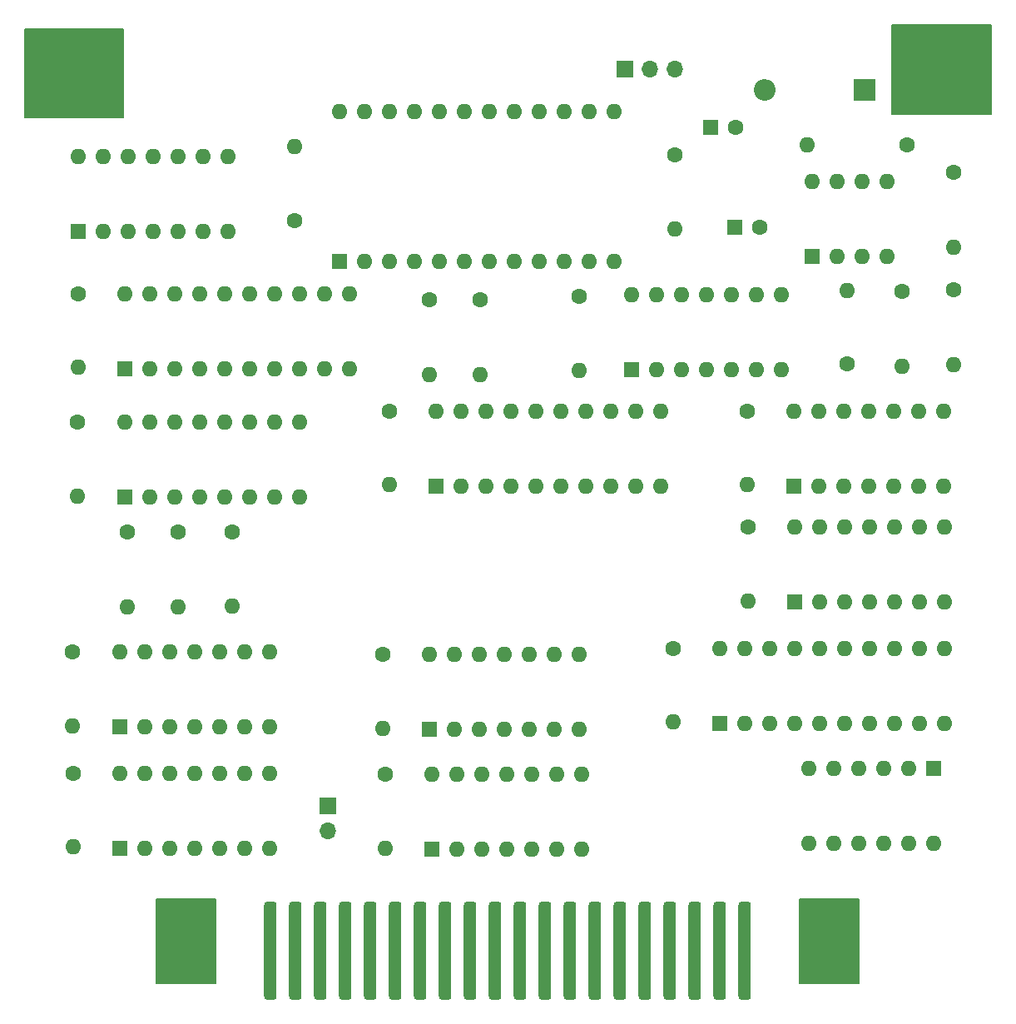
<source format=gbr>
%TF.GenerationSoftware,KiCad,Pcbnew,6.0.9-8da3e8f707~117~ubuntu20.04.1*%
%TF.CreationDate,2023-04-10T20:10:28-04:00*%
%TF.ProjectId,coco9511pak,636f636f-3935-4313-9170-616b2e6b6963,rev?*%
%TF.SameCoordinates,Original*%
%TF.FileFunction,Soldermask,Top*%
%TF.FilePolarity,Negative*%
%FSLAX46Y46*%
G04 Gerber Fmt 4.6, Leading zero omitted, Abs format (unit mm)*
G04 Created by KiCad (PCBNEW 6.0.9-8da3e8f707~117~ubuntu20.04.1) date 2023-04-10 20:10:28*
%MOMM*%
%LPD*%
G01*
G04 APERTURE LIST*
G04 Aperture macros list*
%AMRoundRect*
0 Rectangle with rounded corners*
0 $1 Rounding radius*
0 $2 $3 $4 $5 $6 $7 $8 $9 X,Y pos of 4 corners*
0 Add a 4 corners polygon primitive as box body*
4,1,4,$2,$3,$4,$5,$6,$7,$8,$9,$2,$3,0*
0 Add four circle primitives for the rounded corners*
1,1,$1+$1,$2,$3*
1,1,$1+$1,$4,$5*
1,1,$1+$1,$6,$7*
1,1,$1+$1,$8,$9*
0 Add four rect primitives between the rounded corners*
20,1,$1+$1,$2,$3,$4,$5,0*
20,1,$1+$1,$4,$5,$6,$7,0*
20,1,$1+$1,$6,$7,$8,$9,0*
20,1,$1+$1,$8,$9,$2,$3,0*%
G04 Aperture macros list end*
%ADD10C,0.150000*%
%ADD11R,1.600000X1.600000*%
%ADD12O,1.600000X1.600000*%
%ADD13C,1.600000*%
%ADD14R,1.700000X1.700000*%
%ADD15O,1.700000X1.700000*%
%ADD16R,2.200000X2.200000*%
%ADD17O,2.200000X2.200000*%
%ADD18RoundRect,0.317500X-0.317500X-4.682500X0.317500X-4.682500X0.317500X4.682500X-0.317500X4.682500X0*%
G04 APERTURE END LIST*
D10*
X95506237Y-171323004D02*
X101475237Y-171323004D01*
X101475237Y-171323004D02*
X101475237Y-162814004D01*
X101475237Y-162814004D02*
X95506237Y-162814004D01*
X95506237Y-162814004D02*
X95506237Y-171323004D01*
G36*
X95506237Y-171323004D02*
G01*
X101475237Y-171323004D01*
X101475237Y-162814004D01*
X95506237Y-162814004D01*
X95506237Y-171323004D01*
G37*
X30035500Y-171323000D02*
X36004500Y-171323000D01*
X36004500Y-171323000D02*
X36004500Y-162814000D01*
X36004500Y-162814000D02*
X30035500Y-162814000D01*
X30035500Y-162814000D02*
X30035500Y-171323000D01*
G36*
X30035500Y-171323000D02*
G01*
X36004500Y-171323000D01*
X36004500Y-162814000D01*
X30035500Y-162814000D01*
X30035500Y-171323000D01*
G37*
X16637000Y-74295000D02*
X26670000Y-74295000D01*
X26670000Y-74295000D02*
X26670000Y-83312000D01*
X26670000Y-83312000D02*
X16637000Y-83312000D01*
X16637000Y-83312000D02*
X16637000Y-74295000D01*
G36*
X16637000Y-74295000D02*
G01*
X26670000Y-74295000D01*
X26670000Y-83312000D01*
X16637000Y-83312000D01*
X16637000Y-74295000D01*
G37*
X104902000Y-73914000D02*
X114935000Y-73914000D01*
X114935000Y-73914000D02*
X114935000Y-82931000D01*
X114935000Y-82931000D02*
X104902000Y-82931000D01*
X104902000Y-82931000D02*
X104902000Y-73914000D01*
G36*
X104902000Y-73914000D02*
G01*
X114935000Y-73914000D01*
X114935000Y-82931000D01*
X104902000Y-82931000D01*
X104902000Y-73914000D01*
G37*
D11*
%TO.C,U7*%
X94869000Y-120777000D03*
D12*
X97409000Y-120777000D03*
X99949000Y-120777000D03*
X102489000Y-120777000D03*
X105029000Y-120777000D03*
X107569000Y-120777000D03*
X110109000Y-120777000D03*
X110109000Y-113157000D03*
X107569000Y-113157000D03*
X105029000Y-113157000D03*
X102489000Y-113157000D03*
X99949000Y-113157000D03*
X97409000Y-113157000D03*
X94869000Y-113157000D03*
%TD*%
D13*
%TO.C,C2*%
X82804000Y-87122000D03*
D12*
X82804000Y-94622000D03*
%TD*%
D13*
%TO.C,R7*%
X105918000Y-100965000D03*
D12*
X105918000Y-108585000D03*
%TD*%
D13*
%TO.C,R3*%
X27051000Y-125476000D03*
D12*
X27051000Y-133096000D03*
%TD*%
D11*
%TO.C,U4*%
X94976000Y-132578000D03*
D12*
X97516000Y-132578000D03*
X100056000Y-132578000D03*
X102596000Y-132578000D03*
X105136000Y-132578000D03*
X107676000Y-132578000D03*
X110216000Y-132578000D03*
X110216000Y-124958000D03*
X107676000Y-124958000D03*
X105136000Y-124958000D03*
X102596000Y-124958000D03*
X100056000Y-124958000D03*
X97516000Y-124958000D03*
X94976000Y-124958000D03*
%TD*%
D11*
%TO.C,U9*%
X26284000Y-157597000D03*
D12*
X28824000Y-157597000D03*
X31364000Y-157597000D03*
X33904000Y-157597000D03*
X36444000Y-157597000D03*
X38984000Y-157597000D03*
X41524000Y-157597000D03*
X41524000Y-149977000D03*
X38984000Y-149977000D03*
X36444000Y-149977000D03*
X33904000Y-149977000D03*
X31364000Y-149977000D03*
X28824000Y-149977000D03*
X26284000Y-149977000D03*
%TD*%
D11*
%TO.C,U11*%
X26787000Y-121910000D03*
D12*
X29327000Y-121910000D03*
X31867000Y-121910000D03*
X34407000Y-121910000D03*
X36947000Y-121910000D03*
X39487000Y-121910000D03*
X42027000Y-121910000D03*
X44567000Y-121910000D03*
X44567000Y-114290000D03*
X42027000Y-114290000D03*
X39487000Y-114290000D03*
X36947000Y-114290000D03*
X34407000Y-114290000D03*
X31867000Y-114290000D03*
X29327000Y-114290000D03*
X26787000Y-114290000D03*
%TD*%
D13*
%TO.C,C8*%
X53086000Y-137922000D03*
D12*
X53086000Y-145422000D03*
%TD*%
D13*
%TO.C,C3*%
X100330000Y-108398000D03*
D12*
X100330000Y-100898000D03*
%TD*%
D14*
%TO.C,JP1*%
X47498000Y-153289000D03*
D15*
X47498000Y-155829000D03*
%TD*%
D13*
%TO.C,R2*%
X32258000Y-125476000D03*
D12*
X32258000Y-133096000D03*
%TD*%
D13*
%TO.C,C4*%
X90201000Y-124968000D03*
D12*
X90201000Y-132468000D03*
%TD*%
D13*
%TO.C,R4*%
X57785000Y-101854000D03*
D12*
X57785000Y-109474000D03*
%TD*%
D11*
%TO.C,U13*%
X58425000Y-120767000D03*
D12*
X60965000Y-120767000D03*
X63505000Y-120767000D03*
X66045000Y-120767000D03*
X68585000Y-120767000D03*
X71125000Y-120767000D03*
X73665000Y-120767000D03*
X76205000Y-120767000D03*
X78745000Y-120767000D03*
X81285000Y-120767000D03*
X81285000Y-113147000D03*
X78745000Y-113147000D03*
X76205000Y-113147000D03*
X73665000Y-113147000D03*
X71125000Y-113147000D03*
X68585000Y-113147000D03*
X66045000Y-113147000D03*
X63505000Y-113147000D03*
X60965000Y-113147000D03*
X58425000Y-113147000D03*
%TD*%
D14*
%TO.C,JP2*%
X77724000Y-78359000D03*
D15*
X80264000Y-78359000D03*
X82804000Y-78359000D03*
%TD*%
D11*
%TO.C,X1*%
X22098000Y-94869000D03*
D12*
X24638000Y-94869000D03*
X27178000Y-94869000D03*
X29718000Y-94869000D03*
X32258000Y-94869000D03*
X34798000Y-94869000D03*
X37338000Y-94869000D03*
X37338000Y-87249000D03*
X34798000Y-87249000D03*
X32258000Y-87249000D03*
X29718000Y-87249000D03*
X27178000Y-87249000D03*
X24638000Y-87249000D03*
X22098000Y-87249000D03*
%TD*%
D11*
%TO.C,U3*%
X96774000Y-97409000D03*
D12*
X99314000Y-97409000D03*
X101854000Y-97409000D03*
X104394000Y-97409000D03*
X104394000Y-89789000D03*
X101854000Y-89789000D03*
X99314000Y-89789000D03*
X96774000Y-89789000D03*
%TD*%
D13*
%TO.C,C14*%
X53340000Y-150114000D03*
D12*
X53340000Y-157614000D03*
%TD*%
D13*
%TO.C,L1*%
X106426000Y-86106000D03*
D12*
X96266000Y-86106000D03*
%TD*%
D11*
%TO.C,U6*%
X26802000Y-108829000D03*
D12*
X29342000Y-108829000D03*
X31882000Y-108829000D03*
X34422000Y-108829000D03*
X36962000Y-108829000D03*
X39502000Y-108829000D03*
X42042000Y-108829000D03*
X44582000Y-108829000D03*
X47122000Y-108829000D03*
X49662000Y-108829000D03*
X49662000Y-101209000D03*
X47122000Y-101209000D03*
X44582000Y-101209000D03*
X42042000Y-101209000D03*
X39502000Y-101209000D03*
X36962000Y-101209000D03*
X34422000Y-101209000D03*
X31882000Y-101209000D03*
X29342000Y-101209000D03*
X26802000Y-101209000D03*
%TD*%
D11*
%TO.C,SW1*%
X109126000Y-149521500D03*
D12*
X106586000Y-149521500D03*
X104046000Y-149521500D03*
X101506000Y-149521500D03*
X98966000Y-149521500D03*
X96426000Y-149521500D03*
X96426000Y-157141500D03*
X98966000Y-157141500D03*
X101506000Y-157141500D03*
X104046000Y-157141500D03*
X106586000Y-157141500D03*
X109126000Y-157141500D03*
%TD*%
D16*
%TO.C,D1*%
X102108000Y-80518000D03*
D17*
X91948000Y-80518000D03*
%TD*%
D11*
%TO.C,U14*%
X58034000Y-157724000D03*
D12*
X60574000Y-157724000D03*
X63114000Y-157724000D03*
X65654000Y-157724000D03*
X68194000Y-157724000D03*
X70734000Y-157724000D03*
X73274000Y-157724000D03*
X73274000Y-150104000D03*
X70734000Y-150104000D03*
X68194000Y-150104000D03*
X65654000Y-150104000D03*
X63114000Y-150104000D03*
X60574000Y-150104000D03*
X58034000Y-150104000D03*
%TD*%
D18*
%TO.C,U16*%
X41656000Y-168021000D03*
X44196000Y-168021000D03*
X46736000Y-168021000D03*
X49276000Y-168021000D03*
X51816000Y-168021000D03*
X54356000Y-168021000D03*
X56896000Y-168021000D03*
X59436000Y-168021000D03*
X61976000Y-168021000D03*
X64516000Y-168021000D03*
X67056000Y-168021000D03*
X69596000Y-168021000D03*
X72136000Y-168021000D03*
X74676000Y-168021000D03*
X77216000Y-168021000D03*
X79756000Y-168021000D03*
X82296000Y-168021000D03*
X84836000Y-168021000D03*
X87376000Y-168021000D03*
X89916000Y-168021000D03*
%TD*%
D11*
%TO.C,C16*%
X88860600Y-94488000D03*
D13*
X91360600Y-94488000D03*
%TD*%
D11*
%TO.C,U8*%
X57780000Y-145532000D03*
D12*
X60320000Y-145532000D03*
X62860000Y-145532000D03*
X65400000Y-145532000D03*
X67940000Y-145532000D03*
X70480000Y-145532000D03*
X73020000Y-145532000D03*
X73020000Y-137912000D03*
X70480000Y-137912000D03*
X67940000Y-137912000D03*
X65400000Y-137912000D03*
X62860000Y-137912000D03*
X60320000Y-137912000D03*
X57780000Y-137912000D03*
%TD*%
D13*
%TO.C,C11*%
X21971000Y-114300000D03*
D12*
X21971000Y-121800000D03*
%TD*%
D11*
%TO.C,U1*%
X78359000Y-108966000D03*
D12*
X80899000Y-108966000D03*
X83439000Y-108966000D03*
X85979000Y-108966000D03*
X88519000Y-108966000D03*
X91059000Y-108966000D03*
X93599000Y-108966000D03*
X93599000Y-101346000D03*
X91059000Y-101346000D03*
X88519000Y-101346000D03*
X85979000Y-101346000D03*
X83439000Y-101346000D03*
X80899000Y-101346000D03*
X78359000Y-101346000D03*
%TD*%
D11*
%TO.C,U12*%
X26289000Y-145278000D03*
D12*
X28829000Y-145278000D03*
X31369000Y-145278000D03*
X33909000Y-145278000D03*
X36449000Y-145278000D03*
X38989000Y-145278000D03*
X41529000Y-145278000D03*
X41529000Y-137658000D03*
X38989000Y-137658000D03*
X36449000Y-137658000D03*
X33909000Y-137658000D03*
X31369000Y-137658000D03*
X28829000Y-137658000D03*
X26289000Y-137658000D03*
%TD*%
D13*
%TO.C,R5*%
X111125000Y-88900000D03*
D12*
X111125000Y-96520000D03*
%TD*%
D11*
%TO.C,U10*%
X87376000Y-144907000D03*
D12*
X89916000Y-144907000D03*
X92456000Y-144907000D03*
X94996000Y-144907000D03*
X97536000Y-144907000D03*
X100076000Y-144907000D03*
X102616000Y-144907000D03*
X105156000Y-144907000D03*
X107696000Y-144907000D03*
X110236000Y-144907000D03*
X110236000Y-137287000D03*
X107696000Y-137287000D03*
X105156000Y-137287000D03*
X102616000Y-137287000D03*
X100076000Y-137287000D03*
X97536000Y-137287000D03*
X94996000Y-137287000D03*
X92456000Y-137287000D03*
X89916000Y-137287000D03*
X87376000Y-137287000D03*
%TD*%
D13*
%TO.C,C5*%
X44069000Y-93793000D03*
D12*
X44069000Y-86293000D03*
%TD*%
D13*
%TO.C,C10*%
X82581000Y-137287000D03*
D12*
X82581000Y-144787000D03*
%TD*%
D13*
%TO.C,C6*%
X22098000Y-101219000D03*
D12*
X22098000Y-108719000D03*
%TD*%
D13*
%TO.C,C1*%
X73025000Y-101533000D03*
D12*
X73025000Y-109033000D03*
%TD*%
D13*
%TO.C,R1*%
X62992000Y-101854000D03*
D12*
X62992000Y-109474000D03*
%TD*%
D13*
%TO.C,R6*%
X111125000Y-100838000D03*
D12*
X111125000Y-108458000D03*
%TD*%
D13*
%TO.C,C12*%
X21463000Y-137668000D03*
D12*
X21463000Y-145168000D03*
%TD*%
D13*
%TO.C,C9*%
X21590000Y-149987000D03*
D12*
X21590000Y-157487000D03*
%TD*%
D11*
%TO.C,U5*%
X48641000Y-97917000D03*
D12*
X51181000Y-97917000D03*
X53721000Y-97917000D03*
X56261000Y-97917000D03*
X58801000Y-97917000D03*
X61341000Y-97917000D03*
X63881000Y-97917000D03*
X66421000Y-97917000D03*
X68961000Y-97917000D03*
X71501000Y-97917000D03*
X74041000Y-97917000D03*
X76581000Y-97917000D03*
X76581000Y-82677000D03*
X74041000Y-82677000D03*
X71501000Y-82677000D03*
X68961000Y-82677000D03*
X66421000Y-82677000D03*
X63881000Y-82677000D03*
X61341000Y-82677000D03*
X58801000Y-82677000D03*
X56261000Y-82677000D03*
X53721000Y-82677000D03*
X51181000Y-82677000D03*
X48641000Y-82677000D03*
%TD*%
D13*
%TO.C,C13*%
X53721000Y-113157000D03*
D12*
X53721000Y-120657000D03*
%TD*%
D13*
%TO.C,C7*%
X90094000Y-113167000D03*
D12*
X90094000Y-120667000D03*
%TD*%
D11*
%TO.C,C17*%
X86447600Y-84328000D03*
D13*
X88947600Y-84328000D03*
%TD*%
%TO.C,C15*%
X37719000Y-125476000D03*
D12*
X37719000Y-132976000D03*
%TD*%
M02*

</source>
